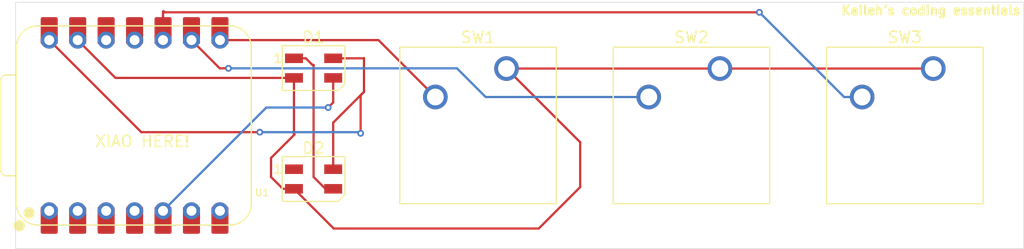
<source format=kicad_pcb>
(kicad_pcb (version 20241229) (generator "pcbnew") (generator_version "9.0")
  (layers (0 "F.Cu" signal) (2 "B.Cu" signal) (13 "F.Paste" user) (15 "B.Paste" user) (5 "F.SilkS" user "F.Silkscreen") (7 "B.SilkS" user "B.Silkscreen") (1 "F.Mask" user) (3 "B.Mask" user) (25 "Edge.Cuts" user))
  (net 0 "")
  (net 1 "+5V")
  (net 2 "Net-(D1-DIN)")
  (net 3 "GND")
  (net 4 "Net-(D1-DOUT)")
  (net 6 "Net-(U1-GPIO1{slash}RX)")
  (net 7 "Net-(U1-GPIO2{slash}SCK)")
  (net 8 "Net-(U1-GPIO4{slash}MISO)")
  (footprint "Button_Switch_Keyboard:SW_Cherry_MX_1.00u_PCB" (layer "F.Cu") (at 232.92125 63.92)
    (property "Reference" "SW3" (at -2.54 -2.794 0) (layer "F.SilkS"))
    (property "Value" "SW_Push")
    (fp_line (start -9.525 -1.905) (end 4.445 -1.905) (stroke (width 0.12)) (layer "F.SilkS"))
    (fp_line (start -9.525 12.065) (end -9.525 -1.905) (stroke (width 0.12)) (layer "F.SilkS"))
    (fp_line (start 4.445 -1.905) (end 4.445 12.065) (stroke (width 0.12)) (layer "F.SilkS"))
    (fp_line (start 4.445 12.065) (end -9.525 12.065) (stroke (width 0.12)) (layer "F.SilkS"))
    (pad "" np_thru_hole circle (at -7.62 5.08) (size 1.7 1.7) (drill 1.7) (layers "*.Cu" "*.Mask"))
    (pad "" np_thru_hole circle (at -2.54 5.08) (size 4 4) (drill 4) (layers "*.Cu" "*.Mask"))
    (pad "" np_thru_hole circle (at 2.54 5.08) (size 1.7 1.7) (drill 1.7) (layers "*.Cu" "*.Mask"))
    (pad "1" thru_hole circle (at 0 0) (size 2.2 2.2) (drill 1.5) (layers "*.Cu" "*.Mask") (net 3 "GND"))
    (pad "2" thru_hole circle (at -6.35 2.54) (size 2.2 2.2) (drill 1.5) (layers "*.Cu" "*.Mask") (net 8 "Net-(U1-GPIO4{slash}MISO)"))
  )
  (footprint "OPL:XIAO-RP2040-DIP" (layer "F.Cu") (at 161.62 69 90)
    (property "Reference" "U1" (at -6 11.38 0) (layer "F.SilkS") (effects (font (size 0.635 0.635) (thickness 0.1016))))
    (property "Value" "XIAO-RP2040-DIP")
    (fp_line (start -3.991272 -11.951) (end 4.004 -11.951) (stroke (width 0.127)) (layer "F.SilkS"))
    (fp_line (start 4.504 -11.451) (end 4.504 -10.541) (stroke (width 0.127)) (layer "F.SilkS"))
    (fp_line (start 6.985 -10.541) (end -6.985 -10.541) (stroke (width 0.1)) (layer "F.SilkS"))
    (fp_line (start 6.985 -10.541) (end -6.985 -10.541) (stroke (width 0.127)) (layer "F.SilkS"))
    (fp_line (start -4.495 -10.541) (end -4.491272 -11.451272) (stroke (width 0.127)) (layer "F.SilkS"))
    (fp_line (start 8.89 8.509) (end 8.89 -8.636) (stroke (width 0.127)) (layer "F.SilkS"))
    (fp_line (start -8.89 8.509) (end -8.89 -8.636) (stroke (width 0.127)) (layer "F.SilkS"))
    (fp_line (start -6.985 10.414) (end 6.985 10.414) (stroke (width 0.127)) (layer "F.SilkS"))
    (fp_arc (start 4.004 -11.951) (mid 4.357553 -11.804553) (end 4.504 -11.451) (stroke (width 0.127)) (layer "F.SilkS"))
    (fp_arc (start -4.491272 -11.451272) (mid -4.344728 -11.80464) (end -3.991272 -11.951) (stroke (width 0.127)) (layer "F.SilkS"))
    (fp_arc (start 6.985 -10.541) (mid 8.332038 -9.983038) (end 8.89 -8.636) (stroke (width 0.127)) (layer "F.SilkS"))
    (fp_arc (start -8.89 -8.636) (mid -8.332038 -9.983038) (end -6.985 -10.541) (stroke (width 0.127)) (layer "F.SilkS"))
    (fp_arc (start 8.89 8.509) (mid 8.332038 9.856038) (end 6.985 10.414) (stroke (width 0.127)) (layer "F.SilkS"))
    (fp_arc (start -6.985 10.414) (mid -8.332038 9.856038) (end -8.89 8.509) (stroke (width 0.127)) (layer "F.SilkS"))
    (fp_circle (center -8.95 -10.3) (end -8.95 -10.554) (stroke (width 0.5)) (fill yes) (layer "F.SilkS"))
    (fp_circle (center -7.807 -9.42) (end -7.807 -9.674) (stroke (width 0.5)) (fill yes) (layer "F.SilkS"))
    (pad "1" smd roundrect (at -8.455 -7.62 270) (size 2.432 1.524) (layers "F.Cu" "F.Mask") (roundrect_rratio 0.1))
    (pad "1" thru_hole circle (at -7.62 -7.62 270) (size 1.524 1.524) (drill 0.889) (layers "*.Cu" "*.Mask"))
    (pad "2" smd roundrect (at -8.455 -5.08 270) (size 2.432 1.524) (layers "F.Cu" "F.Mask") (roundrect_rratio 0.1))
    (pad "2" thru_hole circle (at -7.62 -5.08 270) (size 1.524 1.524) (drill 0.889) (layers "*.Cu" "*.Mask"))
    (pad "3" smd roundrect (at -8.455 -2.54 270) (size 2.432 1.524) (layers "F.Cu" "F.Mask") (roundrect_rratio 0.1))
    (pad "3" thru_hole circle (at -7.62 -2.54 270) (size 1.524 1.524) (drill 0.889) (layers "*.Cu" "*.Mask"))
    (pad "4" smd roundrect (at -8.455 0 270) (size 2.432 1.524) (layers "F.Cu" "F.Mask") (roundrect_rratio 0.1))
    (pad "4" thru_hole circle (at -7.62 0 270) (size 1.524 1.524) (drill 0.889) (layers "*.Cu" "*.Mask"))
    (pad "5" smd roundrect (at -8.455 2.54 270) (size 2.432 1.524) (layers "F.Cu" "F.Mask") (roundrect_rratio 0.1) (net 2 "Net-(D1-DIN)"))
    (pad "5" thru_hole circle (at -7.62 2.54 270) (size 1.524 1.524) (drill 0.889) (layers "*.Cu" "*.Mask") (net 2 "Net-(D1-DIN)"))
    (pad "6" smd roundrect (at -8.455 5.08 270) (size 2.432 1.524) (layers "F.Cu" "F.Mask") (roundrect_rratio 0.1))
    (pad "6" thru_hole circle (at -7.62 5.08 270) (size 1.524 1.524) (drill 0.889) (layers "*.Cu" "*.Mask"))
    (pad "7" smd roundrect (at -8.455 7.62 270) (size 2.432 1.524) (layers "F.Cu" "F.Mask") (roundrect_rratio 0.1))
    (pad "7" thru_hole circle (at -7.62 7.62 270) (size 1.524 1.524) (drill 0.889) (layers "*.Cu" "*.Mask"))
    (pad "8" thru_hole circle (at 7.62 7.62 90) (size 1.524 1.524) (drill 0.889) (layers "*.Cu" "*.Mask") (net 6 "Net-(U1-GPIO1{slash}RX)"))
    (pad "8" smd roundrect (at 8.455 7.62 90) (size 2.432 1.524) (layers "F.Cu" "F.Mask") (roundrect_rratio 0.1) (net 6 "Net-(U1-GPIO1{slash}RX)"))
    (pad "9" thru_hole circle (at 7.62 5.08 90) (size 1.524 1.524) (drill 0.889) (layers "*.Cu" "*.Mask") (net 7 "Net-(U1-GPIO2{slash}SCK)"))
    (pad "9" smd roundrect (at 8.455 5.08 90) (size 2.432 1.524) (layers "F.Cu" "F.Mask") (roundrect_rratio 0.1) (net 7 "Net-(U1-GPIO2{slash}SCK)"))
    (pad "10" thru_hole circle (at 7.62 2.54 90) (size 1.524 1.524) (drill 0.889) (layers "*.Cu" "*.Mask") (net 8 "Net-(U1-GPIO4{slash}MISO)"))
    (pad "10" smd roundrect (at 8.455 2.54 90) (size 2.432 1.524) (layers "F.Cu" "F.Mask") (roundrect_rratio 0.1) (net 8 "Net-(U1-GPIO4{slash}MISO)"))
    (pad "11" thru_hole circle (at 7.62 0 90) (size 1.524 1.524) (drill 0.889) (layers "*.Cu" "*.Mask"))
    (pad "11" smd roundrect (at 8.455 0 90) (size 2.432 1.524) (layers "F.Cu" "F.Mask") (roundrect_rratio 0.1))
    (pad "12" thru_hole circle (at 7.62 -2.54 90) (size 1.524 1.524) (drill 0.889) (layers "*.Cu" "*.Mask"))
    (pad "12" smd roundrect (at 8.455 -2.54 90) (size 2.432 1.524) (layers "F.Cu" "F.Mask") (roundrect_rratio 0.1))
    (pad "13" thru_hole circle (at 7.62 -5.08 90) (size 1.524 1.524) (drill 0.889) (layers "*.Cu" "*.Mask") (net 3 "GND"))
    (pad "13" smd roundrect (at 8.455 -5.08 90) (size 2.432 1.524) (layers "F.Cu" "F.Mask") (roundrect_rratio 0.1) (net 3 "GND"))
    (pad "14" thru_hole circle (at 7.62 -7.62 90) (size 1.524 1.524) (drill 0.889) (layers "*.Cu" "*.Mask") (net 1 "+5V"))
    (pad "14" smd roundrect (at 8.455 -7.62 90) (size 2.432 1.524) (layers "F.Cu" "F.Mask") (roundrect_rratio 0.1) (net 1 "+5V"))
  )
  (footprint "LED_SMD:LED_SK6812MINI_PLCC4_3.5x3.5mm_P1.75mm" (layer "F.Cu") (at 177.6 63.88)
    (property "Reference" "D1" (at 0 -2.75 0) (layer "F.SilkS"))
    (property "Value" "SK6812MINI")
    (fp_line (start -2.8 -2) (end -2.8 2) (stroke (width 0.12)) (layer "F.SilkS"))
    (fp_line (start -2.8 -2) (end 2.8 -2) (stroke (width 0.12)) (layer "F.SilkS"))
    (fp_line (start -2.8 2) (end 2.2 2) (stroke (width 0.12)) (layer "F.SilkS"))
    (fp_line (start 2.8 1.4) (end 2.2 2) (stroke (width 0.12)) (layer "F.SilkS"))
    (fp_line (start 2.8 1.4) (end 2.8 -2) (stroke (width 0.12)) (layer "F.SilkS"))
    (fp_text user "1" (at -3.2 -0.875 0) (layer "F.SilkS") (effects (font (size 0.8 0.8))))
    (pad "1" smd rect (at -1.75 -0.875) (size 1.6 0.85) (layers "F.Cu" "F.Mask" "F.Paste") (net 4 "Net-(D1-DOUT)"))
    (pad "2" smd rect (at -1.75 0.875) (size 1.6 0.85) (layers "F.Cu" "F.Mask" "F.Paste") (net 3 "GND"))
    (pad "3" smd rect (at 1.75 0.875) (size 1.6 0.85) (layers "F.Cu" "F.Mask" "F.Paste") (net 2 "Net-(D1-DIN)"))
    (pad "4" smd rect (at 1.75 -0.875) (size 1.6 0.85) (layers "F.Cu" "F.Mask" "F.Paste") (net 1 "+5V"))
  )
  (footprint "LED_SMD:LED_SK6812MINI_PLCC4_3.5x3.5mm_P1.75mm" (layer "F.Cu") (at 177.6 73.78)
    (property "Reference" "D2" (at 0 -2.75 0) (layer "F.SilkS"))
    (property "Value" "SK6812MINI")
    (fp_line (start -2.8 -2) (end -2.8 2) (stroke (width 0.12)) (layer "F.SilkS"))
    (fp_line (start -2.8 -2) (end 2.8 -2) (stroke (width 0.12)) (layer "F.SilkS"))
    (fp_line (start -2.8 2) (end 2.2 2) (stroke (width 0.12)) (layer "F.SilkS"))
    (fp_line (start 2.8 1.4) (end 2.2 2) (stroke (width 0.12)) (layer "F.SilkS"))
    (fp_line (start 2.8 1.4) (end 2.8 -2) (stroke (width 0.12)) (layer "F.SilkS"))
    (fp_text user "1" (at -3.2 -0.875 0) (layer "F.SilkS") (effects (font (size 0.8 0.8))))
    (pad "1" smd rect (at -1.75 -0.875) (size 1.6 0.85) (layers "F.Cu" "F.Mask" "F.Paste"))
    (pad "2" smd rect (at -1.75 0.875) (size 1.6 0.85) (layers "F.Cu" "F.Mask" "F.Paste") (net 3 "GND"))
    (pad "3" smd rect (at 1.75 0.875) (size 1.6 0.85) (layers "F.Cu" "F.Mask" "F.Paste") (net 4 "Net-(D1-DOUT)"))
    (pad "4" smd rect (at 1.75 -0.875) (size 1.6 0.85) (layers "F.Cu" "F.Mask" "F.Paste") (net 1 "+5V"))
  )
  (footprint "Button_Switch_Keyboard:SW_Cherry_MX_1.00u_PCB" (layer "F.Cu") (at 213.87125 63.92)
    (property "Reference" "SW2" (at -2.54 -2.794 0) (layer "F.SilkS"))
    (property "Value" "SW_Push")
    (fp_line (start -9.525 -1.905) (end 4.445 -1.905) (stroke (width 0.12)) (layer "F.SilkS"))
    (fp_line (start -9.525 12.065) (end -9.525 -1.905) (stroke (width 0.12)) (layer "F.SilkS"))
    (fp_line (start 4.445 -1.905) (end 4.445 12.065) (stroke (width 0.12)) (layer "F.SilkS"))
    (fp_line (start 4.445 12.065) (end -9.525 12.065) (stroke (width 0.12)) (layer "F.SilkS"))
    (pad "" np_thru_hole circle (at -7.62 5.08) (size 1.7 1.7) (drill 1.7) (layers "*.Cu" "*.Mask"))
    (pad "" np_thru_hole circle (at -2.54 5.08) (size 4 4) (drill 4) (layers "*.Cu" "*.Mask"))
    (pad "" np_thru_hole circle (at 2.54 5.08) (size 1.7 1.7) (drill 1.7) (layers "*.Cu" "*.Mask"))
    (pad "1" thru_hole circle (at 0 0) (size 2.2 2.2) (drill 1.5) (layers "*.Cu" "*.Mask") (net 3 "GND"))
    (pad "2" thru_hole circle (at -6.35 2.54) (size 2.2 2.2) (drill 1.5) (layers "*.Cu" "*.Mask") (net 7 "Net-(U1-GPIO2{slash}SCK)"))
  )
  (footprint "Button_Switch_Keyboard:SW_Cherry_MX_1.00u_PCB" (layer "F.Cu") (at 194.82125 63.92)
    (property "Reference" "SW1" (at -2.54 -2.794 0) (layer "F.SilkS"))
    (property "Value" "SW_Push")
    (fp_line (start -9.525 -1.905) (end 4.445 -1.905) (stroke (width 0.12)) (layer "F.SilkS"))
    (fp_line (start -9.525 12.065) (end -9.525 -1.905) (stroke (width 0.12)) (layer "F.SilkS"))
    (fp_line (start 4.445 -1.905) (end 4.445 12.065) (stroke (width 0.12)) (layer "F.SilkS"))
    (fp_line (start 4.445 12.065) (end -9.525 12.065) (stroke (width 0.12)) (layer "F.SilkS"))
    (pad "" np_thru_hole circle (at -7.62 5.08) (size 1.7 1.7) (drill 1.7) (layers "*.Cu" "*.Mask"))
    (pad "" np_thru_hole circle (at -2.54 5.08) (size 4 4) (drill 4) (layers "*.Cu" "*.Mask"))
    (pad "" np_thru_hole circle (at 2.54 5.08) (size 1.7 1.7) (drill 1.7) (layers "*.Cu" "*.Mask"))
    (pad "1" thru_hole circle (at 0 0) (size 2.2 2.2) (drill 1.5) (layers "*.Cu" "*.Mask") (net 3 "GND"))
    (pad "2" thru_hole circle (at -6.35 2.54) (size 2.2 2.2) (drill 1.5) (layers "*.Cu" "*.Mask") (net 6 "Net-(U1-GPIO1{slash}RX)"))
  )
  (gr_rect (start 151 58) (end 241 80) (stroke (width 0.05)) (fill no) (layer "Edge.Cuts"))
  (gr_text "Kaileh's coding essentials" (at 224.6 59.2 0) (layer "F.SilkS") (effects (font (size 0.8 0.8) (thickness 0.2) (bold yes)) (justify left bottom)))
  (gr_text "XIAO HERE!\n" (at 158 71 0) (layer "F.SilkS") (effects (font (size 1 1)) (justify left bottom)))
  (segment (start 154 61.38) (end 162.22 69.6) (width 0.2) (layer "F.Cu") (net 1))
  (segment (start 162.22 69.6) (end 172.8 69.6) (width 0.2) (layer "F.Cu") (net 1))
  (segment (start 182.1 66) (end 182.1 63) (width 0.2) (layer "F.Cu") (net 1))
  (segment (start 181.8 66.3) (end 182.1 66) (width 0.2) (layer "F.Cu") (net 1))
  (segment (start 181.8 69.7) (end 181.8 66.3) (width 0.2) (layer "F.Cu") (net 1))
  (segment (start 182.1 63) (end 182.095 63.005) (width 0.2) (layer "F.Cu") (net 1))
  (segment (start 179.35 72.905) (end 179.35 68.75) (width 0.2) (layer "F.Cu") (net 1))
  (segment (start 179.35 68.75) (end 182.1 66) (width 0.2) (layer "F.Cu") (net 1))
  (segment (start 182.095 63.005) (end 179.35 63.005) (width 0.2) (layer "F.Cu") (net 1))
  (via (at 172.8 69.6) (size 0.6) (drill 0.3) (layers "F.Cu" "B.Cu") (net 1))
  (via (at 181.8 69.7) (size 0.6) (drill 0.3) (layers "F.Cu" "B.Cu") (net 1))
  (segment (start 172.8 69.6) (end 181.7 69.6) (width 0.2) (layer "B.Cu") (net 1))
  (segment (start 181.9 69.8) (end 181.8 69.7) (width 0.2) (layer "B.Cu") (net 1))
  (segment (start 181.7 69.6) (end 181.8 69.7) (width 0.2) (layer "B.Cu") (net 1))
  (segment (start 179.35 64.755) (end 179.35 66.95) (width 0.2) (layer "F.Cu") (net 2))
  (segment (start 179.35 66.95) (end 178.9 67.4) (width 0.2) (layer "F.Cu") (net 2))
  (via (at 178.9 67.4) (size 0.6) (drill 0.3) (layers "F.Cu" "B.Cu") (net 2))
  (segment (start 173.38 67.4) (end 164.16 76.62) (width 0.2) (layer "B.Cu") (net 2))
  (segment (start 178.9 67.4) (end 173.38 67.4) (width 0.2) (layer "B.Cu") (net 2))
  (segment (start 173.8 71.9) (end 175.9 69.8) (width 0.2) (layer "F.Cu") (net 3))
  (segment (start 174.855 74.655) (end 173.8 73.6) (width 0.2) (layer "F.Cu") (net 3))
  (segment (start 159.915 64.755) (end 156.54 61.38) (width 0.2) (layer "F.Cu") (net 3))
  (segment (start 175.85 64.755) (end 159.915 64.755) (width 0.2) (layer "F.Cu") (net 3))
  (segment (start 175.9 69.8) (end 175.85 69.75) (width 0.2) (layer "F.Cu") (net 3))
  (segment (start 175.85 69.75) (end 175.85 64.755) (width 0.2) (layer "F.Cu") (net 3))
  (segment (start 197.7 78.2) (end 179.395 78.2) (width 0.2) (layer "F.Cu") (net 3))
  (segment (start 175.85 74.655) (end 174.855 74.655) (width 0.2) (layer "F.Cu") (net 3))
  (segment (start 173.8 73.6) (end 173.8 71.9) (width 0.2) (layer "F.Cu") (net 3))
  (segment (start 201.4 74.5) (end 197.7 78.2) (width 0.2) (layer "F.Cu") (net 3))
  (segment (start 194.82125 63.92) (end 213.87125 63.92) (width 0.2) (layer "F.Cu") (net 3))
  (segment (start 194.82125 63.92) (end 201.4 70.49875) (width 0.2) (layer "F.Cu") (net 3))
  (segment (start 213.87125 63.92) (end 232.92125 63.92) (width 0.2) (layer "F.Cu") (net 3))
  (segment (start 179.395 78.2) (end 175.85 74.655) (width 0.2) (layer "F.Cu") (net 3))
  (segment (start 201.4 70.49875) (end 201.4 74.5) (width 0.2) (layer "F.Cu") (net 3))
  (segment (start 177.6 73.6) (end 177.6 63.6) (width 0.2) (layer "F.Cu") (net 4))
  (segment (start 177.6 63.6) (end 177.5 63.6) (width 0.2) (layer "F.Cu") (net 4))
  (segment (start 178.655 74.655) (end 177.6 73.6) (width 0.2) (layer "F.Cu") (net 4))
  (segment (start 177.5 63.6) (end 176.905 63.005) (width 0.2) (layer "F.Cu") (net 4))
  (segment (start 179.35 74.655) (end 178.655 74.655) (width 0.2) (layer "F.Cu") (net 4))
  (segment (start 176.905 63.005) (end 175.85 63.005) (width 0.2) (layer "F.Cu") (net 4))
  (segment (start 183.39125 61.38) (end 188.47125 66.46) (width 0.2) (layer "F.Cu") (net 6))
  (segment (start 169.24 61.38) (end 183.39125 61.38) (width 0.2) (layer "F.Cu") (net 6))
  (segment (start 169.22 63.9) (end 170 63.9) (width 0.2) (layer "F.Cu") (net 7))
  (segment (start 166.7 61.38) (end 169.22 63.9) (width 0.2) (layer "F.Cu") (net 7))
  (via (at 170 63.9) (size 0.6) (drill 0.3) (layers "F.Cu" "B.Cu") (net 7))
  (segment (start 190.4 63.9) (end 192.96 66.46) (width 0.2) (layer "B.Cu") (net 7))
  (segment (start 192.96 66.46) (end 207.52125 66.46) (width 0.2) (layer "B.Cu") (net 7))
  (segment (start 170 63.9) (end 190.4 63.9) (width 0.2) (layer "B.Cu") (net 7))
  (segment (start 164.2 58.8) (end 164.16 58.84) (width 0.2) (layer "F.Cu") (net 8))
  (segment (start 164.16 58.84) (end 164.16 61.38) (width 0.2) (layer "F.Cu") (net 8))
  (segment (start 217.4 58.9) (end 164.3 58.9) (width 0.2) (layer "F.Cu") (net 8))
  (segment (start 164.3 58.9) (end 164.2 58.8) (width 0.2) (layer "F.Cu") (net 8))
  (via (at 217.4 58.9) (size 0.6) (drill 0.3) (layers "F.Cu" "B.Cu") (net 8))
  (segment (start 226.57125 66.46) (end 224.96 66.46) (width 0.2) (layer "B.Cu") (net 8))
  (segment (start 224.96 66.46) (end 217.4 58.9) (width 0.2) (layer "B.Cu") (net 8))
)
</source>
